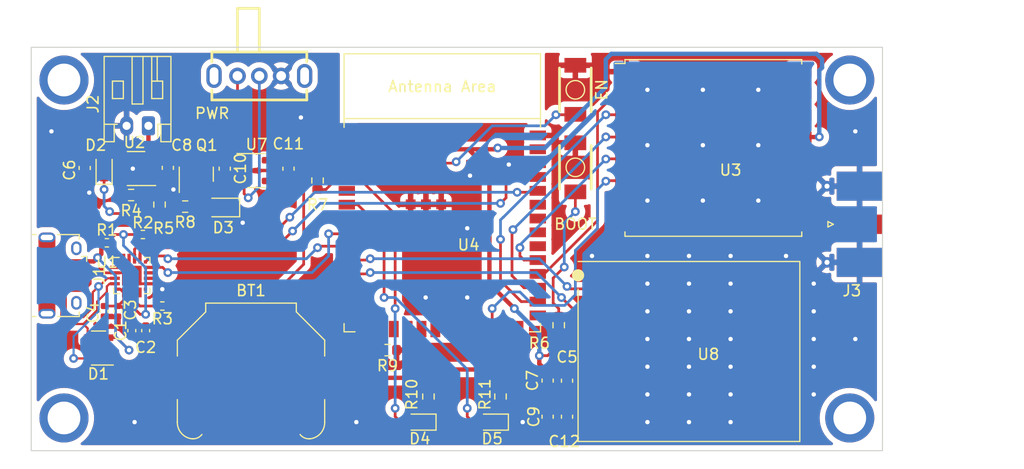
<source format=kicad_pcb>
(kicad_pcb (version 20211014) (generator pcbnew)
  (layers (0 "F.Cu" signal) (31 "B.Cu" signal) (34 "B.Paste" user) (35 "F.Paste" user) (36 "B.SilkS" user "B.Silkscreen") (37 "F.SilkS" user "F.Silkscreen") (38 "B.Mask" user) (39 "F.Mask" user) (44 "Edge.Cuts" user))
  (net 0 "")
  (net 1 "Net-(BT1-Pad1)")
  (net 2 "GND")
  (net 3 "+3.3V")
  (net 4 "VBUS")
  (net 5 "+BATT")
  (net 6 "Net-(C10-Pad1)")
  (net 7 "/USB_D-")
  (net 8 "/USB_D+")
  (net 9 "Net-(D2-Pad1)")
  (net 10 "Net-(D4-Pad1)")
  (net 11 "Net-(D4-Pad2)")
  (net 12 "Net-(D5-Pad1)")
  (net 13 "Net-(D5-Pad2)")
  (net 16 "Net-(J3-Pad1)")
  (net 17 "Net-(R1-Pad2)")
  (net 18 "Net-(R3-Pad2)")
  (net 19 "Net-(R4-Pad1)")
  (net 20 "Net-(R5-Pad2)")
  (net 21 "/BOOT")
  (net 22 "/EN")
  (net 23 "Net-(R9-Pad2)")
  (net 24 "Net-(SW3-Pad2)")
  (net 31 "/USB_CTS")
  (net 32 "/USB_RTS")
  (net 33 "/USB_RX")
  (net 34 "/USB_TX")
  (net 37 "/MISO")
  (net 38 "/MOSI")
  (net 39 "/SCK")
  (net 40 "/CS")
  (net 41 "/LoRa_RST")
  (net 50 "/GPS_RX")
  (net 51 "/GPS_TX")
  (footprint "Package_TO_SOT_SMD:SOT-23-5" (layer "F.Cu") (at 115.7025 96.122 180)
    (fp_text reference "U2")
    (fp_text value "MCP73831-2-OT")
  )
  (footprint "Resistor_SMD:R_0402_1005Metric" (layer "F.Cu") (at 118.112 108.732 180)
    (fp_text reference "R3")
    (fp_text value "1kΩ")
  )
  (footprint "Capacitor_SMD:C_0402_1005Metric" (layer "F.Cu") (at 115.316 110.99 -90)
    (fp_text reference "C1")
    (fp_text value "4.7uF")
  )
  (footprint "Capacitor_SMD:C_0603_1608Metric" (layer "F.Cu") (at 110.998 96.069 -90)
    (fp_text reference "C6")
    (fp_text value "4.7uF")
  )
  (footprint "Capacitor_SMD:C_0603_1608Metric" (layer "F.Cu") (at 155.194 115.583 -90)
    (fp_text reference "C5")
    (fp_text value "10nF")
  )
  (footprint "Connector_USB:USB_Micro-B_Amphenol_10118194_Horizontal" (layer "F.Cu") (at 108.836 105.938 -90)
    (fp_text reference "J1")
    (fp_text value "USB_B_Micro")
  )
  (footprint "Resistor_SMD:R_0603_1608Metric" (layer "F.Cu") (at 138.747 112.776 180)
    (fp_text reference "R9")
    (fp_text value "10kΩ")
  )
  (footprint "LED_SMD:LED_0603_1608Metric" (layer "F.Cu") (at 148.336 119.38 180)
    (fp_text reference "D5")
    (fp_text value "LED")
  )
  (footprint "Capacitor_SMD:C_0603_1608Metric" (layer "F.Cu") (at 155.194 118.885 -90)
    (fp_text reference "C12")
    (fp_text value "4.7uF")
  )
  (footprint "Resistor_SMD:R_0402_1005Metric" (layer "F.Cu") (at 116.33 102.172)
    (fp_text reference "R2")
    (fp_text value "47.5kΩ")
  )
  (footprint "Package_TO_SOT_SMD:SOT-23-5" (layer "F.Cu") (at 126.746 96.31)
    (fp_text reference "U7")
    (fp_text value "XC6210B332MR")
  )
  (footprint "Package_DFN_QFN:SiliconLabs_QFN-20-1EP_3x3mm_P0.5mm_EP1.8x1.8mm" (layer "F.Cu") (at 115.316 105.938)
    (fp_text reference "U1")
    (fp_text value "CP2102N-Axx-xQFN20")
  )
  (footprint "Capacitor_SMD:C_0603_1608Metric" (layer "F.Cu") (at 118.618 96.056 -90)
    (fp_text reference "C8")
    (fp_text value "4.7uF")
  )
  (footprint "Capacitor_SMD:C_0603_1608Metric" (layer "F.Cu") (at 129.6725 96.135 -90)
    (fp_text reference "C11")
    (fp_text value "1uF")
  )
  (footprint "Capacitor_SMD:C_0402_1005Metric" (layer "F.Cu") (at 114.046 109.212 -90)
    (fp_text reference "C3")
    (fp_text value "0.1uF")
  )
  (footprint "Diode_SMD:D_SOD-323" (layer "F.Cu") (at 123.698 99.695 180)
    (fp_text reference "D3")
    (fp_text value "D_Schottky")
  )
  (footprint "Connector_Coaxial:SMA_Molex_73251-2120_EdgeMount_Horizontal" (layer "F.Cu") (at 182 101.234)
    (fp_text reference "J3")
    (fp_text value "Conn_Coaxial")
  )
  (footprint "Resistor_SMD:R_0603_1608Metric" (layer "F.Cu") (at 154.432 110.49 90)
    (fp_text reference "R6")
    (fp_text value "10kΩ")
  )
  (footprint "Resistor_SMD:R_0603_1608Metric" (layer "F.Cu") (at 149.098 117.031 90)
    (fp_text reference "R11")
    (fp_text value "470Ω")
  )
  (footprint "NashSwitches:SW-TH_SK12D07VG4" (layer "F.Cu") (at 127 87.63)
    (fp_text reference "PWR")
    (fp_text value "SW_SPDT")
  )
  (footprint "Resistor_SMD:R_0402_1005Metric" (layer "F.Cu") (at 113.032 102.934)
    (fp_text reference "R1")
    (fp_text value "22.1kΩ")
  )
  (footprint "Capacitor_SMD:C_0603_1608Metric" (layer "F.Cu") (at 123.8305 96.135 -90)
    (fp_text reference "C10")
    (fp_text value "1uF")
  )
  (footprint "Resistor_SMD:R_0603_1608Metric" (layer "F.Cu") (at 115.253 98.552 180)
    (fp_text reference "R4")
    (fp_text value "2kΩ")
  )
  (footprint "NashGPSThings:L80 - M39" (layer "F.Cu") (at 166.366 113.538 180)
    (fp_text reference "U8")
    (fp_text value "L80-M39")
  )
  (footprint "Capacitor_SMD:C_0603_1608Metric" (layer "F.Cu") (at 153.416 115.57 -90)
    (fp_text reference "C7")
    (fp_text value "0.1uF")
  )
  (footprint "Espressif:ESP32-S3-WROOM-1" (layer "F.Cu") (at 143.764 101.346)
    (fp_text reference "U4")
    (fp_text value "ESP32-S3-WROOM-1")
  )
  (footprint "Resistor_SMD:R_0603_1608Metric" (layer "F.Cu") (at 120.205 99.612 180)
    (fp_text reference "R8")
    (fp_text value "100kΩ")
  )
  (footprint "Resistor_SMD:R_0603_1608Metric" (layer "F.Cu") (at 142.494 117.031 90)
    (fp_text reference "R10")
    (fp_text value "470Ω")
  )
  (footprint "Package_TO_SOT_SMD:SOT-143" (layer "F.Cu") (at 112.268 112.586 180)
    (fp_text reference "D1")
    (fp_text value "SP0503BAHT")
  )
  (footprint "Resistor_SMD:R_0603_1608Metric" (layer "F.Cu") (at 132.334 97.219 -90)
    (fp_text reference "R7")
    (fp_text value "10kΩ")
  )
  (footprint "NashSwitches:SW-SMD-GT-TC029B-H025-L1N" (layer "F.Cu") (at 155.956 96.012 -90)
    (fp_text reference "BOOT")
    (fp_text value "SW_Push")
  )
  (footprint "Battery:BatteryHolder_Keystone_3000_1x12mm" (layer "F.Cu") (at 126.238 115.316)
    (fp_text reference "BT1")
    (fp_text value "Battery_Cell")
  )
  (footprint "Capacitor_SMD:C_0402_1005Metric" (layer "F.Cu") (at 112.776 109.212 -90)
    (fp_text reference "C4")
    (fp_text value "0.1uF")
  )
  (footprint "Capacitor_SMD:C_0603_1608Metric" (layer "F.Cu") (at 153.416 118.885 -90)
    (fp_text reference "C9")
    (fp_text value "0.1uF")
  )
  (footprint "RF_Module:HOPERF_RFM9XW_SMD" (layer "F.Cu") (at 168.603 94.234)
    (fp_text reference "U3")
    (fp_text value "RFM95W-915S2")
  )
  (footprint "LED_SMD:LED_0603_1608Metric" (layer "F.Cu") (at 112.776 96.0815 90)
    (fp_text reference "D2")
    (fp_text value "LED")
  )
  (footprint "Capacitor_SMD:C_0402_1005Metric" (layer "F.Cu") (at 116.586 110.99 -90)
    (fp_text reference "C2")
    (fp_text value "4.7uF")
  )
  (footprint "Connector_JST:JST_PH_S2B-PH-K_1x02_P2.00mm_Horizontal" (layer "F.Cu") (at 116.84 92.202 180)
    (fp_text reference "J2")
    (fp_text value "BattConn")
  )
  (footprint "NashSwitches:SW-SMD-GT-TC029B-H025-L1N" (layer "F.Cu") (at 155.956 88.9 90)
    (fp_text reference "EN")
    (fp_text value "SW_Push")
  )
  (footprint "LED_SMD:LED_0603_1608Metric" (layer "F.Cu") (at 141.7065 119.38 180)
    (fp_text reference "D4")
    (fp_text value "LED")
  )
  (footprint "Resistor_SMD:R_0603_1608Metric" (layer "F.Cu") (at 117.856 99.421 90)
    (fp_text reference "R5")
    (fp_text value "470Ω")
  )
  (footprint "Package_TO_SOT_SMD:SOT-23" (layer "F.Cu") (at 121.224 96.6425 90)
    (fp_text reference "Q1")
    (fp_text value "Q_PMOS_GSD")
  )
  (gr_rect locked (start 106.1 85) (end 184.1 122) (layer "Edge.Cuts") (width 0.1) (fill none))
  (via (at 181.1 88) (size 4.5) (drill 3) (layers "F.Cu" "B.Cu") (net 0))
  (via (at 181.1 119) (size 4.5) (drill 3) (layers "F.Cu" "B.Cu") (net 0))
  (via (at 109.1 119) (size 4.5) (drill 3) (layers "F.Cu" "B.Cu") (net 0))
  (via (at 109.1 88) (size 4.5) (drill 3) (layers "F.Cu" "B.Cu") (net 0))
  (segment (start 152.146 118.11) (end 153.416 118.11) (width 0.4) (layer "F.Cu") (net 1))
  (segment (start 155.194 118.11) (end 155.956 118.11) (width 0.4) (layer "F.Cu") (net 1))
  (segment (start 134.138 115.316) (end 140.208 115.316) (width 0.4) (layer "F.Cu") (net 1))
  (segment (start 118.338 112.548) (end 122.428 108.458) (width 0.25) (layer "F.Cu") (net 1))
  (segment (start 140.208 115.316) (end 140.97 114.554) (width 0.4) (layer "F.Cu") (net 1))
  (segment (start 118.338 115.316) (end 118.338 112.548) (width 0.25) (layer "F.Cu") (net 1))
  (segment (start 155.956 118.11) (end 156.748 117.318) (width 0.4) (layer "F.Cu") (net 1))
  (segment (start 156.748 117.318) (end 158.616 117.318) (width 0.4) (layer "F.Cu") (net 1))
  (segment (start 149.86 114.554) (end 151.13 115.824) (width 0.4) (layer "F.Cu") (net 1))
  (segment (start 140.97 114.554) (end 149.86 114.554) (width 0.4) (layer "F.Cu") (net 1))
  (segment (start 133.35 112.014) (end 134.138 112.802) (width 0.25) (layer "F.Cu") (net 1))
  (segment (start 122.428 108.458) (end 130.302 108.458) (width 0.25) (layer "F.Cu") (net 1))
  (segment (start 134.138 112.802) (end 134.138 115.316) (width 0.25) (layer "F.Cu") (net 1))
  (segment (start 130.302 108.458) (end 133.35 111.506) (width 0.25) (layer "F.Cu") (net 1))
  (segment (start 133.35 111.506) (end 133.35 112.014) (width 0.25) (layer "F.Cu") (net 1))
  (segment (start 151.13 115.824) (end 151.13 117.094) (width 0.4) (layer "F.Cu") (net 1))
  (segment (start 153.416 118.11) (end 155.194 118.11) (width 0.4) (layer "F.Cu") (net 1))
  (segment (start 151.13 117.094) (end 152.146 118.11) (width 0.4) (layer "F.Cu") (net 1))
  (segment (start 129.032 96.266) (end 125.6525 96.266) (width 0.25) (layer "F.Cu") (net 2))
  (segment (start 114.428 98.552) (end 113.92 99.06) (width 0.25) (layer "F.Cu") (net 2))
  (segment (start 124.46 96.266) (end 125.5645 96.266) (width 0.25) (layer "F.Cu") (net 2))
  (segment (start 113.92 99.06) (end 112.145602 99.06) (width 0.25) (layer "F.Cu") (net 2))
  (segment (start 123.8305 96.91) (end 123.8305 96.8955) (width 0.25) (layer "F.Cu") (net 2))
  (segment (start 114.046 109.692) (end 114.046 110.744) (width 0.25) (layer "F.Cu") (net 2))
  (segment (start 124.714 101.854) (end 125.476 101.092) (width 0.25) (layer "F.Cu") (net 2))
  (segment (start 117.61 106.688) (end 118.11 107.188) (width 0.25) (layer "F.Cu") (net 2))
  (segment (start 111.506 105.918) (end 111.736 105.688) (width 0.25) (layer "F.Cu") (net 2))
  (segment (start 118.618 96.831) (end 118.618 97.536) (width 0.25) (layer "F.Cu") (net 2))
  (segment (start 114.808 111.506) (end 115.28 111.506) (width 0.25) (layer "F.Cu") (net 2))
  (segment (start 116.866 106.688) (end 116.066 106.688) (width 0.25) (layer "F.Cu") (net 2))
  (segment (start 111.736 105.688) (end 113.766 105.688) (width 0.25) (layer "F.Cu") (net 2))
  (segment (start 111.506 106.68) (end 111.506 105.918) (width 0.25) (layer "F.Cu") (net 2))
  (segment (start 116.84 102.172) (end 118.554 102.172) (width 0.25) (layer "F.Cu") (net 2))
  (segment (start 116.866 106.688) (end 117.61 106.688) (width 0.25) (layer "F.Cu") (net 2))
  (segment (start 115.316 111.47) (end 116.586 111.47) (width 0.25) (layer "F.Cu") (net 2))
  (segment (start 114.046 110.744) (end 114.808 111.506) (width 0.25) (layer "F.Cu") (net 2))
  (segment (start 115.28 111.506) (end 115.316 111.47) (width 0.25) (layer "F.Cu") (net 2))
  (segment (start 120.65 101.854) (end 124.714 101.854) (width 0.25) (layer "F.Cu") (net 2))
  (segment (start 125.5645 96.266) (end 125.6085 96.31) (width 0.25) (layer "F.Cu") (net 2))
  (segment (start 110.236 107.238) (end 110.948 107.238) (width 0.25) (layer "F.Cu") (net 2))
  (segment (start 118.554 102.172) (end 118.872 101.854) (width 0.25) (layer "F.Cu") (net 2))
  (segment (start 118.618 97.536) (end 119.126 98.044) (width 0.25) (layer "F.Cu") (net 2))
  (segment (start 112.145602 99.06) (end 111.418684 98.333082) (width 0.25) (layer "F.Cu") (net 2))
  (segment (start 112.776 109.692) (end 114.046 109.692) (width 0.25) (layer "F.Cu") (net 2))
  (segment (start 129.6725 96.91) (end 129.6725 96.9065) (width 0.25) (layer "F.Cu") (net 2))
  (segment (start 115.066 105.688) (end 115.316 105.938) (width 0.25) (layer "F.Cu") (net 2))
  (segment (start 123.8305 96.8955) (end 124.46 96.266) (width 0.25) (layer "F.Cu") (net 2))
  (segment (start 110.948 107.238) (end 111.506 106.68) (width 0.25) (layer "F.Cu") (net 2))
  (segment (start 117.909 96.122) (end 118.618 96.831) (width 0.25) (layer "F.Cu") (net 2))
  (segment (start 125.6525 96.266) (end 125.6085 96.31) (width 0.25) (layer "F.Cu") (net 2))
  (segment (start 116.066 106.688) (end 115.316 105.938) (width 0.25) (layer "F.Cu") (net 2))
  (segment (start 113.766 105.688) (end 115.066 105.688) (width 0.25) (layer "F.Cu") (net 2))
  (segment (start 116.84 96.122) (end 117.909 96.122) (width 0.25) (layer "F.Cu") (net 2))
  (segment (start 118.872 101.854) (end 120.65 101.854) (width 0.25) (layer "F.Cu") (net 2))
  (segment (start 129.6725 96.9065) (end 129.032 96.266) (width 0.25) (layer "F.Cu") (net 2))
  (via (at 170.18 111.76) (size 0.8) (drill 0.4) (layers "F.Cu" "B.Cu") (net 2))
  (via (at 166.37 104.14) (size 0.8) (drill 0.4) (layers "F.Cu" "B.Cu") (net 2))
  (via (at 170.18 104.14) (size 0.8) (drill 0.4) (layers "F.Cu" "B.Cu") (net 2))
  (via (at 166.366 114.3) (size 0.8) (drill 0.4) (layers "F.Cu" "B.Cu") (net 2))
  (via (at 115.57 119.38) (size 0.8) (drill 0.4) (layers "F.Cu" "B.Cu") (net 2))
  (via (at 166.37 116.84) (size 0.8) (drill 0.4) (layers "F.Cu" "B.Cu") (net 2))
  (via (at 167.64 99.06) (size 0.8) (drill 0.4) (layers "F.Cu" "B.Cu") (net 2))
  (via (at 170.18 119.38) (size 0.8) (drill 0.4) (layers "F.Cu" "B.Cu") (net 2))
  (via (at 162.56 99.06) (size 0.8) (drill 0.4) (layers "F.Cu" "B.Cu") (net 2))
  (via (at 177.8 114.3) (size 0.8) (drill 0.4) (layers "F.Cu" "B.Cu") (net 2))
  (via (at 177.8 116.84) (size 0.8) (drill 0.4) (layers "F.Cu" "B.Cu") (net 2))
  (via (at 172.72 88.9) (size 0.8) (drill 0.4) (layers "F.Cu" "B.Cu") (net 2))
  (via (at 166.37 109.22) (size 0.8) (drill 0.4) (layers "F.Cu" "B.Cu") (net 2))
  (via (at 162.56 114.3) (size 0.8) (drill 0.4) (layers "F.Cu" "B.Cu") (net 2))
  (via (at 175.26 104.14) (size 0.8) (drill 0.4) (layers "F.Cu" "B.Cu") (net 2))
  (via (at 166.37 106.68) (size 0.8) (drill 0.4) (layers "F.Cu" "B.Cu") (net 2))
  (via (at 170.18 116.84) (size 0.8) (drill 0.4) (layers "F.Cu" "B.Cu") (net 2))
  (via (at 149.86 95.758) (size 0.8) (drill 0.4) (layers "F.Cu" "B.Cu") (net 2))
  (via (at 177.8 106.68) (size 0.8) (drill 0.4) (layers "F.Cu" "B.Cu") (net 2))
  (via (at 166.37 119.38) (size 0.8) (drill 0.4) (layers "F.Cu" "B.Cu") (net 2))
  (via (at 162.56 111.76) (size 0.8) (drill 0.4) (layers "F.Cu" "B.Cu") (net 2))
  (via (at 146.05 101.6) (size 0.8) (drill 0.4) (layers "F.Cu" "B.Cu") (net 2))
  (via (at 162.56 119.38) (size 0.8) (drill 0.4) (layers "F.Cu" "B.Cu") (net 2))
  (via (at 177.8 111.76) (size 0.8) (drill 0.4) (layers "F.Cu" "B.Cu") (net 2))
  (via (at 167.64 93.98) (size 0.8) (drill 0.4) (layers "F.Cu" "B.Cu") (net 2))
  (via (at 130.81 91.44) (size 0.8) (drill 0.4) (layers "F.Cu" "B.Cu") (net 2))
  (via (at 162.56 106.68) (size 0.8) (drill 0.4) (layers "F.Cu" "B.Cu") (net 2))
  (via (at 162.56 116.84) (size 0.8) (drill 0.4) (layers "F.Cu" "B.Cu") (net 2))
  (via (at 170.18 109.22) (size 0.8) (drill 0.4) (layers "F.Cu" "B.Cu") (net 2))
  (via (at 135.89 119.38) (size 0.8) (drill 0.4) (layers "F.Cu" "B.Cu") (net 2))
  (via (at 170.18 114.3) (size 0.8) (drill 0.4) (layers "F.Cu" "B.Cu") (net 2))
  (via (at 111.418684 98.333082) (size 0.8) (drill 0.4) (layers "F.Cu" "B.Cu") (net 2))
  (via (at 119.126 98.044) (size 0.8) (drill 0.4) (layers "F.Cu" "B.Cu") (net 2))
  (via (at 167.64 88.9) (size 0.8) (drill 0.4) (layers "F.Cu" "B.Cu") (net 2))
  (via (at 146.304 96.774) (size 0.8) (drill 0.4) (layers "F.Cu" "B.Cu") (net 2))
  (via (at 157.48 104.14) (size 0.8) (drill 0.4) (layers "F.Cu" "B.Cu") (net 2))
  (via (at 162.56 88.9) (size 0.8) (drill 0.4) (layers "F.Cu" "B.Cu") (net 2))
  (via (at 151.13 119.38) (size 0.8) (drill 0.4) (layers "F.Cu" "B.Cu") (net 2))
  (via (at 162.56 104.14) (size 0.8) (drill 0.4) (layers "F.Cu" "B.Cu") (net 2))
  (via (at 172.72 93.98) (size 0.8) (drill 0.4) (layers "F.Cu" "B.Cu") (net 2))
  (via (at 162.56 109.22) (size 0.8) (drill 0.4) (layers "F.Cu" "B.Cu") (net 2))
  (via (at 107.95 92.71) (size 0.8) (drill 0.4) (layers "F.Cu" "B.Cu") (net 2))
  (via (at 142.24 107.95) (size 0.8) (drill 0.4) (layers "F.Cu" "B.Cu") (net 2))
  (via (at 166.366 111.76) (size 0.8) (drill 0.4) (layers "F.Cu" "B.Cu") (net 2))
  (via (at 181.61 92.71) (size 0.8) (drill 0.4) (layers "F.Cu" "B.Cu") (net 2))
  (via (at 125.476 101.092) (size 0.8) (drill 0.4) (layers "F.Cu" "B.Cu") (net 2))
  (via (at 177.8 109.22) (size 0.8) (drill 0.4) (layers "F.Cu" "B.Cu") (net 2))
  (via (at 162.56 93.98) (size 0.8) (drill 0.4) (layers "F.Cu" "B.Cu") (net 2))
  (via (at 181.61 111.76) (size 0.8) (drill 0.4) (layers "F.Cu" "B.Cu") (net 2))
  (via (at 118.11 107.188) (size 0.8) (drill 0.4) (layers "F.Cu" "B.Cu") (net 2))
  (via (at 170.18 106.68) (size 0.8) (drill 0.4) (layers "F.Cu" "B.Cu") (net 2))
  (via (at 115.406337 96.133763) (size 0.8) (drill 0.4) (layers "F.Cu" "B.Cu") (net 2))
  (via (at 146.05 107.95) (size 0.8) (drill 0.4) (layers "F.Cu" "B.Cu") (net 2))
  (via (at 172.72 99.06) (size 0.8) (drill 0.4) (layers "F.Cu" "B.Cu") (net 2))
  (segment (start 176.603 93.234) (end 178.292 93.234) (width 0.4) (layer "F.Cu") (net 3))
  (segment (start 131.208 95.36) (end 132.224 95.36) (width 0.4) (layer "F.Cu") (net 3))
  (segment (start 148.082 96.266) (end 148.082 106.68) (width 0.4) (layer "F.Cu") (net 3))
  (segment (start 132.334 96.394) (end 132.334 95.25) (width 0.25) (layer "F.Cu") (net 3))
  (segment (start 114.566 107.488) (end 114.566 108.212) (width 0.25) (layer "F.Cu") (net 3))
  (segment (start 128.524 107.442) (end 131.064 104.902) (width 0.25) (layer "F.Cu") (net 3))
  (segment (start 132.461 95.123) (end 133.228 94.356) (width 0.4) (layer "F.Cu") (net 3))
  (segment (start 116.586 110.51) (end 117.856 110.51) (width 0.25) (layer "F.Cu") (net 3))
  (segment (start 129.6725 95.36) (end 131.208 95.36) (width 0.4) (layer "F.Cu") (net 3))
  (segment (start 158.586 114.808) (end 158.616 114.778) (width 0.4) (layer "F.Cu") (net 3))
  (segment (start 114.266 107.188) (end 114.566 107.488) (width 0.25) (layer "F.Cu") (net 3))
  (segment (start 115.316 110.51) (end 116.586 110.51) (width 0.25) (layer "F.Cu") (net 3))
  (segment (start 152.654 113.284) (end 153.416 113.284) (width 0.25) (layer "F.Cu") (net 3))
  (segment (start 131.064 104.902) (end 131.064 95.504) (width 0.25) (layer "F.Cu") (net 3))
  (segment (start 148.082 106.68) (end 150.368 108.966) (width 0.4) (layer "F.Cu") (net 3))
  (segment (start 147.066 95.25) (end 148.082 96.266) (width 0.4) (layer "F.Cu") (net 3))
  (segment (start 115.316 109.748) (end 115.316 110.51) (width 0.25) (layer "F.Cu") (net 3))
  (segment (start 152.654 114.033) (end 153.416 114.795) (width 0.4) (layer "F.Cu") (net 3))
  (segment (start 112.776 108.732) (end 114.046 108.732) (width 0.25) (layer "F.Cu") (net 3))
  (segment (start 121.412 107.442) (end 128.524 107.442) (width 0.25) (layer "F.Cu") (net 3))
  (segment (start 117.856 110.51) (end 118.622 109.744) (width 0.25) (layer "F.Cu") (net 3))
  (segment (start 152.654 113.284) (end 152.654 114.033) (width 0.4) (layer "F.Cu") (net 3))
  (segment (start 131.064 95.504) (end 131.208 95.36) (width 0.25) (layer "F.Cu") (net 3))
  (segment (start 114.3 108.732) (end 114.046 108.732) (width 0.25) (layer "F.Cu") (net 3))
  (segment (start 146.172 94.356) (end 148.722 94.356) (width 0.4) (layer "F.Cu") (net 3))
  (segment (start 154.432 112.268) (end 154.432 111.315) (width 0.25) (layer "F.Cu") (net 3))
  (segment (start 118.622 109.744) (end 118.622 108.732) (width 0.25) (layer "F.Cu") (net 3))
  (segment (start 118.622 108.732) (end 120.122 108.732) (width 0.25) (layer "F.Cu") (net 3))
  (segment (start 146.172 94.356) (end 147.066 95.25) (width 0.4) (layer "F.Cu") (net 3))
  (segment (start 135.014 94.356) (end 146.172 94.356) (width 0.4) (layer "F.Cu") (net 3))
  (segment (start 132.334 95.25) (end 132.461 95.123) (width 0.25) (layer "F.Cu") (net 3))
  (segment (start 155.194 114.808) (end 158.586 114.808) (width 0.4) (layer "F.Cu") (net 3))
  (segment (start 114.566 108.212) (end 114.046 108.732) (width 0.25) (layer "F.Cu") (net 3))
  (segment (start 178.292 93.234) (end 178.308 93.218) (width 0.4) (layer "F.Cu") (net 3))
  (segment (start 132.224 95.36) (end 132.461 95.123) (width 0.4) (layer "F.Cu") (net 3))
  (segment (start 153.416 114.795) (end 155.181 114.795) (width 0.4) (layer "F.Cu") (net 3))
  (segment (start 155.181 114.795) (end 155.194 114.808) (width 0.4) (layer "F.Cu") (net 3))
  (segment (start 114.066 107.188) (end 114.266 107.188) (width 0.25) (layer "F.Cu") (net 3))
  (segment (start 120.122 108.732) (end 121.412 107.442) (width 0.25) (layer "F.Cu") (net 3))
  (segment (start 127.8835 95.36) (end 129.6725 95.36) (width 0.4) (layer "F.Cu") (net 3))
  (segment (start 153.416 113.284) (end 154.432 112.268) (width 0.25) (layer "F.Cu") (net 3))
  (segment (start 133.228 94.356) (end 135.014 94.356) (width 0.4) (layer "F.Cu") (net 3))
  (segment (start 148.722 94.356) (end 148.844 94.234) (width 0.4) (layer "F.Cu") (net 3))
  (segment (start 115.316 109.748) (end 114.3 108.732) (width 0.25) (layer "F.Cu") (net 3))
  (via (at 152.654 113.284) (size 0.8) (drill 0.4) (layers "F.Cu" "B.Cu") (net 3))
  (via (at 150.368 108.966) (size 0.8) (drill 0.4) (layers "F.Cu" "B.Cu") (net 3))
  (via (at 178.308 93.218) (size 0.8) (drill 0.4) (layers "F.Cu" "B.Cu") (net 3))
  (via (at 148.844 94.234) (size 0.8) (drill 0.4) (layers "F.Cu" "B.Cu") (net 3))
  (segment (start 159.258 85.598) (end 177.8 85.598) (width 0.4) (layer "B.Cu") (net 3))
  (segment (start 152.654 111.252) (end 152.654 113.284) (width 0.4) (layer "B.Cu") (net 3))
  (segment (start 157.48 89.916) (end 158.75 88.646) (width 0.4) (layer "B.Cu") (net 3))
  (segment (start 178.308 87.122) (end 178.308 93.218) (width 0.4) (layer "B.Cu") (net 3))
  (segment (start 150.368 108.966) (end 152.654 111.252) (width 0.4) (layer "B.Cu") (net 3))
  (segment (start 158.75 86.106) (end 159.258 85.598) (width 0.4) (layer "B.Cu") (net 3))
  (segment (start 158.75 88.646) (end 158.75 86.36) (width 0.4) (layer "B.Cu") (net 3))
  (segment (start 178.562 86.106) (end 178.562 86.868) (width 0.4) (layer "B.Cu") (net 3))
  (segment (start 153.162 94.234) (end 157.48 89.916) (width 0.4) (layer "B.Cu") (net 3))
  (segment (start 178.562 86.868) (end 178.308 87.122) (width 0.4) (layer "B.Cu") (net 3))
  (segment (start 177.8 85.598) (end 178.054 85.598) (width 0.4) (layer "B.Cu") (net 3))
  (segment (start 148.844 94.234) (end 153.162 94.234) (width 0.4) (layer "B.Cu") (net 3))
  (segment (start 158.75 86.36) (end 158.75 86.106) (width 0.4) (layer "B.Cu") (net 3))
  (segment (start 178.054 85.598) (end 178.562 86.106) (width 0.4) (layer "B.Cu") (net 3))
  (segment (start 114.443 95.294) (end 114.565 95.172) (width 0.4) (layer "F.Cu") (net 4))
  (segment (start 121.03 99.612) (end 122.565 99.612) (width 0.4) (layer "F.Cu") (net 4))
  (segment (start 121.03 99.612) (end 119.296 101.346) (width 0.25) (layer "F.Cu") (net 4))
  (segment (start 109.728 95.25) (end 110.954 95.25) (width 0.4) (layer "F.Cu") (net 4))
  (segment (start 110.954 95.25) (end 110.998 95.294) (width 0.4) (layer "F.Cu") (net 4))
  (segment (start 108.712 98.298) (end 108.712 96.266) (width 0.4) (layer "F.Cu") (net 4))
  (segment (start 110.998 95.294) (end 112.776 95.294) (width 0.4) (layer "F.Cu") (net 4))
  (segment (start 112.522 103.95) (end 112.522 102.934) (width 0.4) (layer "F.Cu") (net 4))
  (segment (start 112.522 101.092) (end 110.744 99.314) (width 0.4) (layer "F.Cu") (net 4))
  (segment (start 115.062 112.776) (end 113.922 111.636) (width 0.25) (layer "F.Cu") (net 4))
  (segment (start 110.236 104.638) (end 111.834 104.638) (width 0.4) (layer "F.Cu") (net 4))
  (segment (start 119.296 101.346) (end 112.776 101.346) (width 0.25) (layer "F.Cu") (net 4))
  (segment (start 121.03 99.612) (end 121.03 98.976) (width 0.4) (layer "F.Cu") (net 4))
  (segment (start 113.922 111.636) (end 113.268 111.636) (width 0.25) (layer "F.Cu") (net 4))
  (segment (start 108.712 96.266) (end 109.728 95.25) (width 0.4) (layer "F.Cu") (net 4))
  (segment (start 112.776 101.346) (end 112.522 101.092) (width 0.25) (layer "F.Cu") (net 4))
  (segment (start 112.173 104.299) (end 112.522 103.95) (width 0.4) (layer "F.Cu") (net 4))
  (segment (start 111.834 104.638) (end 112.173 104.299) (width 0.4) (layer "F.Cu") (net 4))
  (segment (start 109.728 99.314) (end 108.712 98.298) (width 0.4) (layer "F.Cu") (net 4))
  (segment (start 121.03 98.976) (end 120.274 98.22) (width 0.4) (layer "F.Cu") (net 4))
  (segment (start 122.565 99.612) (end 122.648 99.695) (width 0.4) (layer "F.Cu") (net 4))
  (segment (start 112.522 102.934) (end 112.522 101.092) (width 0.4) (layer "F.Cu") (net 4))
  (segment (start 120.274 98.22) (end 120.274 97.58) (width 0.4) (layer "F.Cu") (net 4))
  (segment (start 112.776 95.294) (end 114.443 95.294) (width 0.4) (layer "F.Cu") (net 4))
  (segment (start 110.744 99.314) (end 109.728 99.314) (width 0.4) (layer "F.Cu") (net 4))
  (via (at 115.062 112.776) (size 0.8) (drill 0.4) (layers "F.Cu" "B.Cu") (net 4))
  (via (at 112.173 104.299) (size 0.8) (drill 0.4) (layers "F.Cu" "B.Cu") (net 4))
  (segment (start 113.829 111.543) (end 113.829 105.955) (width 0.25) (layer "B.Cu") (net 4))
  (segment (start 115.062 112.776) (end 113.829 111.543) (width 0.25) (layer "B.Cu") (net 4))
  (segment (start 113.829 105.955) (end 112.173 104.299) (width 0.25) (layer "B.Cu") (net 4))
  (segment (start 116.84 92.202) (end 116.84 95.172) (width 0.4) (layer "F.Cu") (net 5))
  (segment (start 118.618 95.281) (end 120.8 95.281) (width 0.4) (layer "F.Cu") (net 5))
  (segment (start 116.84 95.172) (end 118.509 95.172) (width 0.4) (layer "F.Cu") (net 5))
  (segment (start 118.509 95.172) (end 118.618 95.281) (width 0.4) (layer "F.Cu") (net 5))
  (segment (start 120.8 95.281) (end 121.224 95.705) (width 0.4) (layer "F.Cu") (net 5))
  (segment (start 124.748 99.695) (end 124.748 98.84) (width 0.4) (layer "F.Cu") (net 6))
  (segment (start 122.174 96.31) (end 123.19 95.294) (width 0.4) (layer "F.Cu") (net 6))
  (segment (start 125.6085 93.8585) (end 125.6085 95.36) (width 0.25) (layer "F.Cu") (net 6))
  (segment (start 124.748 98.84) (end 124.206 98.298) (width 0.4) (layer "F.Cu") (net 6))
  (segment (start 123.7645 95.294) (end 123.8305 95.36) (width 0.4) (layer "F.Cu") (net 6))
  (segment (start 125 93.25) (end 125.6085 93.8585) (width 0.25) (layer "F.Cu") (net 6))
  (segment (start 123.8305 95.36) (end 125.6085 95.36) (width 0.4) (layer "F.Cu") (net 6))
  (segment (start 123.19 95.294) (end 123.7645 95.294) (width 0.4) (layer "F.Cu") (net 6))
  (segment (start 122.892 98.298) (end 122.174 97.58) (width 0.4) (layer "F.Cu") (net 6))
  (segment (start 124.206 98.298) (end 122.892 98.298) (width 0.4) (layer "F.Cu") (net 6))
  (segment (start 122.174 97.58) (end 122.174 96.31) (width 0.4) (layer "F.Cu") (net 6))
  (segment (start 125 87.63) (end 125 93.25) (width 0.25) (layer "F.Cu") (net 6))
  (segment (start 113.276 106.688) (end 113.766 106.688) (width 0.2) (layer "F.Cu") (net 7))
  (segment (start 113.03 106.934) (end 113.276 106.688) (width 0.2) (layer "F.Cu") (net 7))
  (segment (start 112.141 108.331) (end 113.03 107.442) (width 0.2) (layer "F.Cu") (net 7))
  (segment (start 113.03 107.442) (end 113.03 106.934) (width 0.2) (layer "F.Cu") (net 7))
  (segment (start 108.861 105.788) (end 108.861 109.573686) (width 0.2) (layer "F.Cu") (net 7))
  (segment (start 112.141 109.113) (end 112.141 108.331) (width 0.2) (layer "F.Cu") (net 7))
  (segment (start 110.871 110.383) (end 111.268 110.78) (width 0.2) (layer "F.Cu") (net 7))
  (segment (start 110.871 110.383) (end 112.141 109.113) (width 0.2) (layer "F.Cu") (net 7))
  (segment (start 109.361 105.288) (end 108.861 105.788) (width 0.2) (layer "F.Cu") (net 7))
  (segment (start 111.268 110.78) (end 111.268 111.636) (width 0.2) (layer "F.Cu") (net 7))
  (segment (start 110.236 105.288) (end 109.361 105.288) (width 0.2) (layer "F.Cu") (net 7))
  (segment (start 108.861 109.573686) (end 109.670314 110.383) (width 0.2) (layer "F.Cu") (net 7))
  (segment (start 109.670314 110.383) (end 110.871 110.383) (width 0.2) (layer "F.Cu") (net 7))
  (segment (start 109.982 113.538) (end 111.266 113.538) (width 0.2) (layer "F.Cu") (net 8))
  (segment (start 112.268 106.934) (end 111.741 107.461) (width 0.2) (layer "F.Cu") (net 8))
  (segment (start 109.261 106.038) (end 109.361 105.938) (width 0.2) (layer "F.Cu") (net 8))
  (segment (start 111.741 107.461) (end 111.741 108.878) (width 0.2) (layer "F.Cu") (net 8))
  (segment (start 109.261 109.408) (end 109.261 106.038) (width 0.2) (layer "F.Cu") (net 8))
  (segment (start 113.766 106.188) (end 113.066 106.188) (width 0.2) (layer "F.Cu") (net 8))
  (segment (start 110.871 109.748) (end 109.601 109.748) (width 0.2) (layer "F.Cu") (net 8))
  (segment (start 113.066 106.188) (end 112.32 106.934) (width 0.2) (layer "F.Cu") (net 8))
  (segment (start 112.32 106.934) (end 112.268 106.934) (width 0.2) (layer "F.Cu") (net 8))
  (segment (start 109.601 109.748) (end 109.261 109.408) (width 0.2) (layer "F.Cu") (net 8))
  (segment (start 109.361 105.938) (end 110.236 105.938) (width 0.2) (layer "F.Cu") (net 8))
  (segment (start 111.266 113.538) (end 111.268 113.536) (width 0.2) (layer "F.Cu") (net 8))
  (segment (start 111.741 108.878) (end 110.871 109.748) (width 0.2) (layer "F.Cu") (net 8))
  (via (at 112.268 106.934) (size 0.8) (drill 0.4) (layers "F.Cu" "B.Cu") (net 8))
  (via (at 109.982 113.538) (size 0.8) (drill 0.4) (layers "F.Cu" "B.Cu") (net 8))
  (segment (start 112.268 109.22) (end 109.982 111.506) (width 0.2) (layer "B.Cu") (net 8))
  (segment (start 109.982 111.506) (end 109.982 113.538) (width 0.2) (layer "B.Cu") (net 8))
  (segment (start 112.268 106.934) (end 112.268 109.22) (width 0.2) (layer "B.Cu") (net 8))
  (segment (start 117.728 100.374) (end 117.856 100.246) (width 0.25) (layer "F.Cu") (net 9))
  (segment (start 117.856 100.246) (end 113.454 100.246) (width 0.25) (layer "F.Cu") (net 9))
  (segment (start 113.454 100.246) (end 113.284 100.076) (width 0.25) (layer "F.Cu") (net 9))
  (segment (start 112.776 98.044) (end 112.776 96.869) (width 0.25) (layer "F.Cu") (net 9))
  (via (at 112.776 98.044) (size 0.8) (drill 0.4) (layers "F.Cu" "B.Cu") (net 9))
  (via (at 113.284 100.076) (size 0.8) (drill 0.4) (layers "F.Cu" "B.Cu") (net 9))
  (segment (start 112.776 99.568) (end 112.776 98.044) (width 0.25) (layer "B.Cu") (net 9))
  (segment (start 113.284 100.076) (end 112.776 99.568) (width 0.25) (layer "B.Cu") (net 9))
  (segment (start 142.494 119.38) (end 142.494 117.856) (width 0.25) (layer "F.Cu") (net 10))
  (segment (start 139.446 100.328) (end 139.446 108.966) (width 0.25) (layer "F.Cu") (net 11))
  (segment (start 135.014 96.896) (end 136.014 96.896) (width 0.25) (layer "F.Cu") (net 11))
  (segment (start 136.014 96.896) (end 139.446 100.328) (width 0.25) (layer "F.Cu") (net 11))
  (segment (start 139.954 119.38) (end 140.919 119.38) (width 0.25) (layer "F.Cu") (net 11))
  (segment (start 139.446 118.11) (end 139.446 118.872) (width 0.25) (layer "F.Cu") (net 11))
  (segment (start 139.446 118.872) (end 139.954 119.38) (width 0.25) (layer "F.Cu") (net 11))
  (via (at 139.446 118.11) (size 0.8) (drill 0.4) (layers "F.Cu" "B.Cu") (net 11))
  (via (at 139.446 108.966) (size 0.8) (drill 0.4) (layers "F.Cu" "B.Cu") (net 11))
  (segment (start 139.446 108.966) (end 139.446 118.11) (width 0.25) (layer "B.Cu") (net 11))
  (segment (start 149.1235 119.38) (end 149.1235 117.8815) (width 0.25) (layer "F.Cu") (net 12))
  (segment (start 149.1235 117.8815) (end 149.098 117.856) (width 0.25) (layer "F.Cu") (net 12))
  (segment (start 146.05 118.872) (end 146.558 119.38) (width 0.25) (layer "F.Cu") (net 13))
  (segment (start 135.014 99.436) (end 136.014 99.436) (width 0.25) (layer "F.Cu") (net 13))
  (segment (start 138.43 101.852) (end 138.43 107.95) (width 0.25) (layer "F.Cu") (net 13))
  (segment (start 136.014 99.436) (end 138.43 101.852) (width 0.25) (layer "F.Cu") (net 13))
  (segment (start 146.558 119.38) (end 147.5485 119.38) (width 0.25) (layer "F.Cu") (net 13))
  (segment (start 146.05 118.11) (end 146.05 118.872) (width 0.25) (layer "F.Cu") (net 13))
  (via (at 146.05 118.11) (size 0.8) (drill 0.4) (layers "F.Cu" "B.Cu") (net 13))
  (via (at 138.43 107.95) (size 0.8) (drill 0.4) (layers "F.Cu" "B.Cu") (net 13))
  (segment (start 139.455305 107.95) (end 146.05 114.544695) (width 0.25) (layer "B.Cu") (net 13))
  (segment (start 146.05 114.544695) (end 146.05 118.11) (width 0.25) (layer "B.Cu") (net 13))
  (segment (start 138.43 107.95) (end 139.455305 107.95) (width 0.25) (layer "B.Cu") (net 13))
  (segment (start 181.888 101.234) (end 182 101.346) (width 0.8) (layer "F.Cu") (net 16))
  (segment (start 176.603 101.234) (end 181.888 101.234) (width 0.8) (layer "F.Cu") (net 16))
  (segment (start 113.542 102.934) (end 113.542 102.422) (width 0.25) (layer "F.Cu") (net 17))
  (segment (start 113.792 102.172) (end 114.554 102.172) (width 0.25) (layer "F.Cu") (net 17))
  (segment (start 116.078 109.494) (end 115.066 108.482) (width 0.25) (layer "F.Cu") (net 17))
  (segment (start 116.586 109.494) (end 116.078 109.494) (width 0.25) (layer "F.Cu") (net 17))
  (segment (start 114.554 102.172) (end 115.82 102.172) (width 0.25) (layer "F.Cu") (net 17))
  (segment (start 113.542 102.422) (end 113.792 102.172) (width 0.25) (layer "F.Cu") (net 17))
  (segment (start 115.066 108.482) (end 115.066 107.488) (width 0.25) (layer "F.Cu") (net 17))
  (via (at 116.586 109.494) (size 0.8) (drill 0.4) (layers "F.Cu" "B.Cu") (net 17))
  (via (at 114.554 102.172) (size 0.8) (drill 0.4) (layers "F.Cu" "B.Cu") (net 17))
  (segment (start 114.554 103.188) (end 114.554 102.172) (width 0.25) (layer "B.Cu") (net 17))
  (segment (start 116.586 105.22) (end 114.554 103.188) (width 0.25) (layer "B.Cu") (net 17))
  (segment (start 116.586 109.494) (end 116.586 105.22) (width 0.25) (layer "B.Cu") (net 17))
  (segment (start 115.566 108.238) (end 116.06 108.732) (width 0.25) (layer "F.Cu") (net 18))
  (segment (start 115.566 107.488) (end 115.566 108.238) (width 0.25) (layer "F.Cu") (net 18))
  (segment (start 116.06 108.732) (end 117.602 108.732) (width 0.25) (layer "F.Cu") (net 18))
  (segment (start 116.078 98.044) (end 116.078 98.552) (width 0.25) (layer "F.Cu") (net 19))
  (segment (start 115.106 97.072) (end 116.078 98.044) (width 0.25) (layer "F.Cu") (net 19))
  (segment (start 114.565 97.072) (end 115.106 97.072) (width 0.25) (layer "F.Cu") (net 19))
  (segment (start 114.554 97.083) (end 114.565 97.072) (width 0.25) (layer "F.Cu") (net 19))
  (segment (start 117.856 98.596) (end 117.856 98.088) (width 0.25) (layer "F.Cu") (net 20))
  (segment (start 117.856 98.088) (end 116.84 97.072) (width 0.25) (layer "F.Cu") (net 20))
  (segment (start 154.432 108.966) (end 153.924 108.458) (width 0.25) (layer "F.Cu") (net 21))
  (segment (start 153.924 108.458) (end 153.924 106.172) (width 0.25) (layer "F.Cu") (net 21))
  (segment (start 153.924 106.172) (end 154.94 105.156) (width 0.25) (layer "F.Cu") (net 21))
  (segment (start 155.956 100.076) (end 155.956 98.262) (width 0.25) (layer "F.Cu") (net 21))
  (segment (start 154.432 109.665) (end 154.432 108.966) (width 0.25) (layer "F.Cu") (net 21))
  (segment (start 154.363 109.596) (end 154.432 109.665) (width 0.25) (layer "F.Cu") (net 21))
  (segment (start 152.514 109.596) (end 154.363 109.596) (width 0.25) (layer "F.Cu") (net 21))
  (via (at 154.94 105.156) (size 0.8) (drill 0.4) (layers "F.Cu" "B.Cu") (net 21))
  (via (at 155.956 100.076) (size 0.8) (drill 0.4) (layers "F.Cu" "B.Cu") (net 21))
  (segment (start 154.94 101.092) (end 155.956 100.076) (width 0.25) (layer "B.Cu") (net 21))
  (segment (start 154.94 105.156) (end 154.94 101.092) (width 0.25) (layer "B.Cu") (net 21))
  (segment (start 133.604 95.758) (end 133.604 97.536) (width 0.25) (layer "F.Cu") (net 22))
  (segment (start 144.912 95.626) (end 145.034 95.504) (width 0.25) (layer "F.Cu") (net 22))
  (segment (start 154.178 91.186) (end 155.92 91.186) (width 0.25) (layer "F.Cu") (net 22))
  (segment (start 133.604 97.536) (end 133.096 98.044) (width 0.25) (layer "F.Cu") (net 22))
  (segment (start 133.736 95.626) (end 133.604 95.758) (width 0.25) (layer "F.Cu") (net 22))
  (segment (start 155.92 91.186) (end 155.956 91.15) (width 0.25) (layer "F.Cu") (net 22))
  (segment (start 133.096 98.044) (end 132.334 98.044) (width 0.25) (layer "F.Cu") (net 22))
  (segment (start 135.014 95.626) (end 133.736 95.626) (width 0.25) (layer "F.Cu") (net 22))
  (segment (start 135.014 95.626) (end 144.912 95.626) (width 0.25) (layer "F.Cu") (net 22))
  (via (at 154.178 91.186) (size 0.8) (drill 0.4) (layers "F.Cu" "B.Cu") (net 22))
  (via (at 145.034 95.504) (size 0.8) (drill 0.4) (layers "F.Cu" "B.Cu") (net 22))
  (segment (start 148.336 92.202) (end 152.4 92.202) (width 0.25) (layer "B.Cu") (net 22))
  (segment (start 145.034 95.504) (end 148.336 92.202) (width 0.25) (layer "B.Cu") (net 22))
  (segment (start 153.162 92.202) (end 154.178 91.186) (width 0.25) (layer "B.Cu") (net 22))
  (segment (start 152.4 92.202) (end 153.162 92.202) (width 0.25) (layer "B.Cu") (net 22))
  (segment (start 137.922 112.776) (end 137.922 110.973) (width 0.25) (layer "F.Cu") (net 23))
  (segment (start 137.922 110.973) (end 138.049 110.846) (width 0.25) (layer "F.Cu") (net 23))
  (segment (start 125.6085 97.26) (end 125.6085 98.4305) (width 0.25) (layer "F.Cu") (net 24))
  (segment (start 125.6085 98.4305) (end 125.984 98.806) (width 0.25) (layer "F.Cu") (net 24))
  (via (at 125.984 98.806) (size 0.8) (drill 0.4) (layers "F.Cu" "B.Cu") (net 24))
  (segment (start 127 97.79) (end 127 87.63) (width 0.25) (layer "B.Cu") (net 24))
  (segment (start 125.984 98.806) (end 127 97.79) (width 0.25) (layer "B.Cu") (net 24))
  (segment (start 133.35 102.108) (end 134.882 102.108) (width 0.25) (layer "F.Cu") (net 31))
  (segment (start 116.866 105.188) (end 118.142 105.188) (width 0.25) (layer "F.Cu") (net 31))
  (segment (start 118.142 105.188) (end 118.618 105.664) (width 0.25) (layer "F.Cu") (net 31))
  (segment (start 134.882 102.108) (end 135.014 101.976) (width 0.25) (layer "F.Cu") (net 31))
  (via (at 118.618 105.664) (size 0.8) (drill 0.4) (layers "F.Cu" "B.Cu") (net 31))
  (via (at 133.35 102.108) (size 0.8) (drill 0.4) (layers "F.Cu" "B.Cu") (net 31))
  (segment (start 118.618 105.664) (end 131.826 105.664) (width 0.25) (layer "B.Cu") (net 31))
  (segment (start 133.35 104.14) (end 133.35 102.108) (width 0.25) (layer "B.Cu") (net 31))
  (segment (start 131.826 105.664) (end 133.35 104.14) (width 0.25) (layer "B.Cu") (net 31))
  (segment (start 135.014 103.246) (end 132.466 103.246) (width 0.25) (layer "F.Cu") (net 32))
  (segment (start 117.348 104.14) (end 118.364 104.14) (width 0.25) (layer "F.Cu") (net 32))
  (segment (start 117.114 104.14) (end 117.348 104.14) (width 0.25) (layer "F.Cu") (net 32))
  (segment (start 116.566 104.688) (end 117.114 104.14) (width 0.25) (layer "F.Cu") (net 32))
  (segment (start 132.466 103.246) (end 132.334 103.378) (width 0.25) (layer "F.Cu") (net 32))
  (segment (start 118.364 104.14) (end 118.618 104.394) (width 0.25) (layer "F.Cu") (net 32))
  (via (at 132.334 103.378) (size 0.8) (drill 0.4) (layers "F.Cu" "B.Cu") (net 32))
  (via (at 118.618 104.394) (size 0.8) (drill 0.4) (layers "F.Cu" "B.Cu") (net 32))
  (segment (start 132.334 103.378) (end 131.318 104.394) (width 0.25) (layer "B.Cu") (net 32))
  (segment (start 131.318 104.394) (end 118.618 104.394) (width 0.25) (layer "B.Cu") (net 32))
  (segment (start 119.126 103.378) (end 119.634 102.87) (width 0.25) (layer "F.Cu") (net 33))
  (segment (start 119.106 103.398) (end 119.126 103.378) (width 0.25) (layer "F.Cu") (net 33))
  (segment (start 129.032 102.87) (end 130.048 101.854) (width 0.25) (layer "F.Cu") (net 33))
  (segment (start 119.634 102.87) (end 128.778 102.87) (width 0.25) (layer "F.Cu") (net 33))
  (segment (start 116.066 104.388) (end 116.066 103.664) (width 0.25) (layer "F.Cu") (net 33))
  (segment (start 149.606 98.806) (end 149.606 97.536) (width 0.25) (layer "F.Cu") (net 33))
  (segment (start 150.246 96.896) (end 152.514 96.896) (width 0.25) (layer "F.Cu") (net 33))
  (segment (start 149.098 99.314) (end 149.606 98.806) (width 0.25) (layer "F.Cu") (net 33))
  (segment (start 128.778 102.87) (end 129.032 102.87) (width 0.25) (layer "F.Cu") (net 33))
  (segment (start 116.066 103.664) (end 116.332 103.398) (width 0.25) (layer "F.Cu") (net 33))
  (segment (start 116.332 103.398) (end 119.106 103.398) (width 0.25) (layer "F.Cu") (net 33))
  (segment (start 149.606 97.536) (end 150.246 96.896) (width 0.25) (layer "F.Cu") (net 33))
  (via (at 149.098 99.314) (size 0.8) (drill 0.4) (layers "F.Cu" "B.Cu") (net 33))
  (via (at 130.048 101.854) (size 0.8) (drill 0.4) (layers "F.Cu" "B.Cu") (net 33))
  (segment (start 132.588 99.314) (end 149.098 99.314) (width 0.25) (layer "B.Cu") (net 33))
  (segment (start 130.048 101.854) (end 132.588 99.314) (width 0.25) (layer "B.Cu") (net 33))
  (segment (start 119.505604 102.362) (end 128.016 102.362) (width 0.25) (layer "F.Cu") (net 34))
  (segment (start 115.566 104.388) (end 115.566 103.527604) (width 0.25) (layer "F.Cu") (net 34))
  (segment (start 150.622 98.298) (end 152.382 98.298) (width 0.25) (layer "F.Cu") (net 34))
  (segment (start 116.145604 102.948) (end 118.919604 102.948) (width 0.25) (layer "F.Cu") (net 34))
  (segment (start 152.382 98.298) (end 152.514 98.166) (width 0.25) (layer "F.Cu") (net 34))
  (segment (start 118.919604 102.948) (end 119.505604 102.362) (width 0.25) (layer "F.Cu") (net 34))
  (segment (start 128.016 102.362) (end 129.794 100.584) (width 0.25) (layer "F.Cu") (net 34))
  (segment (start 115.566 103.527604) (end 116.145604 102.948) (width 0.25) (layer "F.Cu") (net 34))
  (via (at 150.622 98.298) (size 0.8) (drill 0.4) (layers "F.Cu" "B.Cu") (net 34))
  (via (at 129.794 100.584) (size 0.8) (drill 0.4) (layers "F.Cu" "B.Cu") (net 34))
  (segment (start 129.794 100.584) (end 132.08 98.298) (width 0.25) (layer "B.Cu") (net 34))
  (segment (start 132.08 98.298) (end 150.622 98.298) (width 0.25) (layer "B.Cu") (net 34))
  (segment (start 153.094 105.786) (end 152.514 105.786) (width 0.25) (layer "F.Cu") (net 37))
  (segment (start 160.603 89.234) (end 159.676695 89.234) (width 0.25) (layer "F.Cu") (net 37))
  (segment (start 157.988 90.922695) (end 157.988 100.892) (width 0.25) (layer "F.Cu") (net 37))
  (segment (start 159.676695 89.234) (end 157.988 90.922695) (width 0.25) (layer "F.Cu") (net 37))
  (segment (start 157.988 100.892) (end 153.094 105.786) (width 0.25) (layer "F.Cu") (net 37))
  (segment (start 152.514 108.326) (end 150.998 108.326) (width 0.25) (layer "F.Cu") (net 38))
  (segment (start 149.098 106.426) (end 149.098 102.616) (width 0.25) (layer "F.Cu") (net 38))
  (segment (start 150.876 108.204) (end 149.098 106.426) (width 0.25) (layer "F.Cu") (net 38))
  (segment (start 160.555 91.186) (end 160.603 91.234) (width 0.25) (layer "F.Cu") (net 38))
  (segment (start 158.75 91.186) (end 160.555 91.186) (width 0.25) (layer "F.Cu") (net 38))
  (segment (start 150.998 108.326) (end 150.876 108.204) (width 0.25) (layer "F.Cu") (net 38))
  (via (at 149.098 102.616) (size 0.8) (drill 0.4) (layers "F.Cu" "B.Cu") (net 38))
  (via (at 158.75 91.186) (size 0.8) (drill 0.4) (layers "F.Cu" "B.Cu") (net 38))
  (segment (start 149.352 100.584) (end 149.361305 100.584) (width 0.25) (layer "B.Cu") (net 38))
  (segment (start 149.098 100.838) (end 149.352 100.584) (width 0.25) (layer "B.Cu") (net 38))
  (segment (start 149.361305 100.584) (end 158.75 91.195305) (width 0.25) (layer "B.Cu") (net 38))
  (segment (start 158.75 91.195305) (end 158.75 91.186) (width 0.25) (layer "B.Cu") (net 38))
  (segment (start 149.098 102.616) (end 149.098 100.838) (width 0.25) (layer "B.Cu") (net 38))
  (segment (start 150.241 101.727) (end 150.151 101.817) (width 0.25) (layer "F.Cu") (net 39))
  (segment (start 150.151 101.817) (end 150.151 105.955) (width 0.25) (layer "F.Cu") (net 39))
  (segment (start 160.603 93.234) (end 158.766 93.234) (width 0.25) (layer "F.Cu") (net 39))
  (segment (start 151.252 107.056) (end 152.514 107.056) (width 0.25) (layer "F.Cu") (net 39))
  (segment (start 158.766 93.234) (end 158.75 93.218) (width 0.25) (layer "F.Cu") (net 39))
  (segment (start 150.151 105.955) (end 151.252 107.056) (width 0.25) (layer "F.Cu") (net 39))
  (via (at 158.75 93.218) (size 0.8) (drill 0.4) (layers "F.Cu" "B.Cu") (net 39))
  (via (at 150.241 101.727) (size 0.8) (drill 0.4) (layers "F.Cu" "B.Cu") (net 39))
  (segment (start 150.241 101.727) (end 150.114 101.854) (width 0.25) (layer "B.Cu") (net 39))
  (segment (start 158.75 93.218) (end 150.241 101.727) (width 0.25) (layer "B.Cu") (net 39))
  (segment (start 150.876 103.378) (end 150.876 104.14) (width 0.25) (layer "F.Cu") (net 40))
  (segment (start 150.876 104.14) (end 151.252 104.516) (width 0.25) (layer "F.Cu") (net 40))
  (segment (start 151.252 104.516) (end 152.514 104.516) (width 0.25) (layer "F.Cu") (net 40))
  (segment (start 158.766 95.234) (end 158.75 95.25) (width 0.25) (layer "F.Cu") (net 40))
  (segment (start 160.603 95.234) (end 158.766 95.234) (width 0.25) (layer "F.Cu") (net 40))
  (via (at 158.75 95.25) (size 0.8) (drill 0.4) (layers "F.Cu" "B.Cu") (net 40))
  (via (at 150.876 103.378) (size 0.8) (drill 0.4) (layers "F.Cu" "B.Cu") (net 40))
  (segment (start 150.876 103.124) (end 150.876 103.378) (width 0.25) (layer "B.Cu") (net 40))
  (segment (start 158.75 95.25) (end 150.876 103.124) (width 0.25) (layer "B.Cu") (net 40))
  (segment (start 148.336 110.719) (end 148.209 110.846) (width 0.25) (layer "F.Cu") (net 41))
  (segment (start 158.798 97.234) (end 158.75 97.282) (width 0.25) (layer "F.Cu") (net 41))
  (segment (start 160.603 97.234) (end 158.798 97.234) (width 0.25) (layer "F.Cu") (net 41))
  (segment (start 148.336 108.966) (end 148.336 110.719) (width 0.25) (layer "F.Cu") (net 41))
  (via (at 148.336 108.966) (size 0.8) (drill 0.4) (layers "F.Cu" "B.Cu") (net 41))
  (via (at 158.75 97.282) (size 0.8) (drill 0.4) (layers "F.Cu" "B.Cu") (net 41))
  (segment (start 155.956 107.705305) (end 154.986305 108.675) (width 0.25) (layer "B.Cu") (net 41))
  (segment (start 149.86 107.442) (end 148.336 108.966) (width 0.25) (layer "B.Cu") (net 41))
  (segment (start 150.876 107.442) (end 149.86 107.442) (width 0.25) (layer "B.Cu") (net 41))
  (segment (start 155.956 103.632) (end 155.956 107.705305) (width 0.25) (layer "B.Cu") (net 41))
  (segment (start 157.988 101.6) (end 155.956 103.632) (width 0.25) (layer "B.Cu") (net 41))
  (segment (start 157.988 98.044) (end 157.988 99.314) (width 0.25) (layer "B.Cu") (net 41))
  (segment (start 157.988 99.314) (end 157.988 101.6) (width 0.25) (layer "B.Cu") (net 41))
  (segment (start 154.986305 108.675) (end 152.109 108.675) (width 0.25) (layer "B.Cu") (net 41))
  (segment (start 152.109 108.675) (end 150.876 107.442) (width 0.25) (layer "B.Cu") (net 41))
  (segment (start 158.75 97.282) (end 157.988 98.044) (width 0.25) (layer "B.Cu") (net 41))
  (segment (start 135.014 104.516) (end 137.038 104.516) (width 0.25) (layer "F.Cu") (net 50))
  (segment (start 155.418 107.158) (end 158.616 107.158) (width 0.25) (layer "F.Cu") (net 50))
  (segment (start 155.194 106.934) (end 155.418 107.158) (width 0.25) (layer "F.Cu") (net 50))
  (segment (start 137.038 104.516) (end 137.16 104.394) (width 0.25) (layer "F.Cu") (net 50))
  (via (at 137.16 104.394) (size 0.8) (drill 0.4) (layers "F.Cu" "B.Cu") (net 50))
  (via (at 155.194 106.934) (size 0.8) (drill 0.4) (layers "F.Cu" "B.Cu") (net 50))
  (segment (start 152.654 104.394) (end 155.194 106.934) (width 0.25) (layer "B.Cu") (net 50))
  (segment (start 137.16 104.394) (end 152.654 104.394) (width 0.25) (layer "B.Cu") (net 50))
  (segment (start 154.686 107.95) (end 156.434 109.698) (width 0.25) (layer "F.Cu") (net 51))
  (segment (start 137.038 105.786) (end 137.16 105.664) (width 0.25) (layer "F.Cu") (net 51))
  (segment (start 156.434 109.698) (end 158.616 109.698) (width 0.25) (layer "F.Cu") (net 51))
  (segment (start 135.014 105.786) (end 137.038 105.786) (width 0.25) (layer "F.Cu") (net 51))
  (via (at 137.16 105.664) (size 0.8) (drill 0.4) (layers "F.Cu" "B.Cu") (net 51))
  (via (at 154.686 107.95) (size 0.8) (drill 0.4) (layers "F.Cu" "B.Cu") (net 51))
  (segment (start 152.4 105.664) (end 154.686 107.95) (width 0.25) (layer "B.Cu") (net 51))
  (segment (start 137.16 105.664) (end 152.4 105.664) (width 0.25) (layer "B.Cu") (net 51))
  (zone (net 0) (net_name "") (layers F&B.Cu) (connect_pads (clearance 0)) (min_thickness 0.254)
    (keepout (tracks not_allowed) (vias not_allowed) (pads not_allowed) (copperpour not_allowed) (footprints allowed))
    (fill (thermal_gap 0.508) (thermal_bridge_width 0.508))
    (polygon (pts (xy 153.162 91.948) (xy 134.366 91.948) (xy 134.366 84.836) (xy 153.162 84.836)))
  )
  (zone (net 2) (net_name "GND") (layer "F.Cu") (connect_pads (clearance 0.508)) (min_thickness 0.254) (fill yes (thermal_gap 0.508) (thermal_bridge_width 0.508))
    (polygon (pts (xy 184.404 122.174) (xy 105.918 122.174) (xy 105.918 84.836) (xy 184.404 84.836)))
  )
  (zone (net 2) (net_name "GND") (layer "B.Cu") (connect_pads (clearance 0.508)) (min_thickness 0.254) (fill yes (thermal_gap 0.508) (thermal_bridge_width 0.508))
    (polygon (pts (xy 184.658 122.428) (xy 105.664 122.428) (xy 105.664 84.582) (xy 184.658 84.582)))
  )
)
</source>
